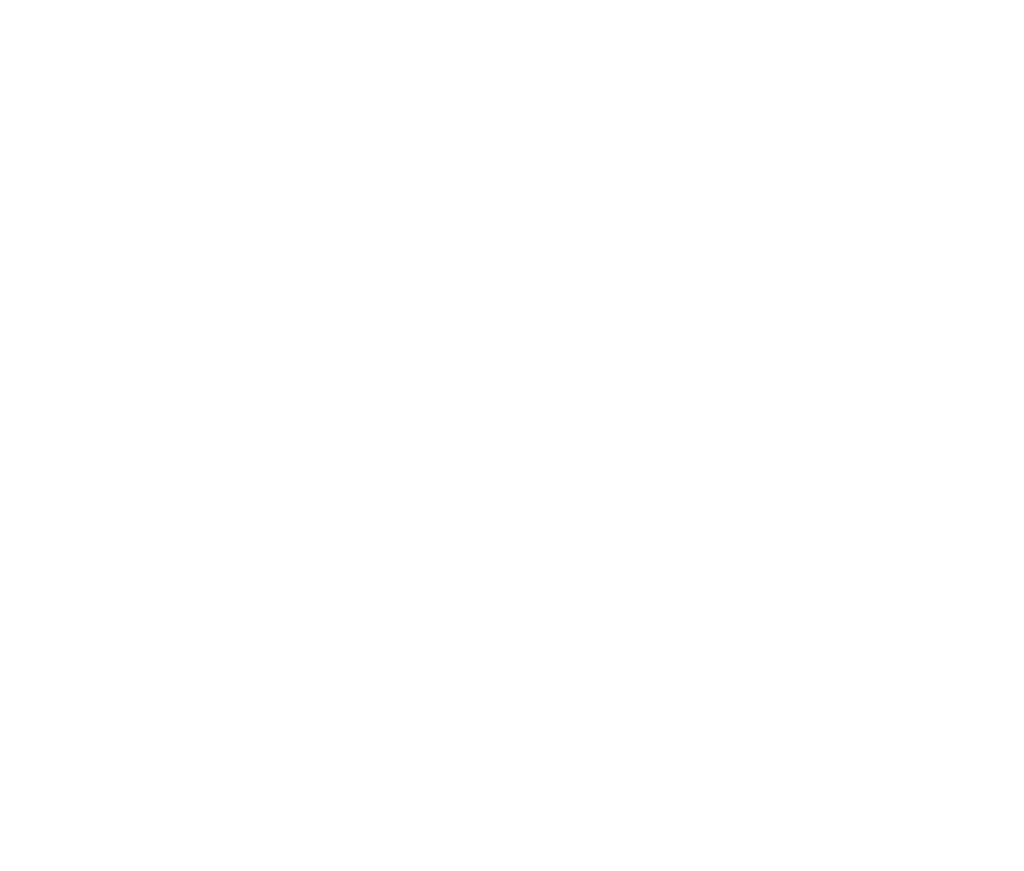
<source format=kicad_pcb>
(kicad_pcb (version 20211014) (generator pcbnew)

  (general
    (thickness 1.6)
  )

  (paper "A4")
  (layers
    (0 "F.Cu" signal)
    (31 "B.Cu" signal)
    (32 "B.Adhes" user "B.Adhesive")
    (33 "F.Adhes" user "F.Adhesive")
    (34 "B.Paste" user)
    (35 "F.Paste" user)
    (36 "B.SilkS" user "B.Silkscreen")
    (37 "F.SilkS" user "F.Silkscreen")
    (38 "B.Mask" user)
    (39 "F.Mask" user)
    (40 "Dwgs.User" user "User.Drawings")
    (41 "Cmts.User" user "User.Comments")
    (42 "Eco1.User" user "User.Eco1")
    (43 "Eco2.User" user "User.Eco2")
    (44 "Edge.Cuts" user)
    (45 "Margin" user)
    (46 "B.CrtYd" user "B.Courtyard")
    (47 "F.CrtYd" user "F.Courtyard")
    (48 "B.Fab" user)
    (49 "F.Fab" user)
    (50 "User.1" user)
    (51 "User.2" user)
    (52 "User.3" user)
    (53 "User.4" user)
    (54 "User.5" user)
    (55 "User.6" user)
    (56 "User.7" user)
    (57 "User.8" user)
    (58 "User.9" user)
  )

  (setup
    (pad_to_mask_clearance 0)
    (pcbplotparams
      (layerselection 0x00010fc_ffffffff)
      (disableapertmacros false)
      (usegerberextensions false)
      (usegerberattributes true)
      (usegerberadvancedattributes true)
      (creategerberjobfile true)
      (svguseinch false)
      (svgprecision 6)
      (excludeedgelayer true)
      (plotframeref false)
      (viasonmask false)
      (mode 1)
      (useauxorigin false)
      (hpglpennumber 1)
      (hpglpenspeed 20)
      (hpglpendiameter 15.000000)
      (dxfpolygonmode true)
      (dxfimperialunits true)
      (dxfusepcbnewfont true)
      (psnegative false)
      (psa4output false)
      (plotreference true)
      (plotvalue true)
      (plotinvisibletext false)
      (sketchpadsonfab false)
      (subtractmaskfromsilk false)
      (outputformat 1)
      (mirror false)
      (drillshape 1)
      (scaleselection 1)
      (outputdirectory "")
    )
  )

  (net 0 "")

  (gr_line (start 151.87 119.42) (end 163.3 119.42) (layer "F.Paste") (width 0.2) (tstamp 2982597a-4829-44d8-add6-8b64c749347c))
  (gr_line (start 159.109 109.895) (end 159.109 59.095) (layer "F.Paste") (width 0.2) (tstamp fc760515-e8af-4d0d-aca1-199d3f9fbae3))
  (gr_circle (center 93.45 113.07) (end 95.99 113.07) (layer "F.Paste") (width 0.2) (fill none) (tstamp 034d5880-0006-4d3f-b65d-e8bf47b553a1))
  (gr_arc (start 155.045 106.56125) (mid 155.606266 107.916266) (end 154.25125 107.355) (layer "F.Paste") (width 0.2) (tstamp 036c8d22-de7c-456f-883e-2a3122647faf))
  (gr_line (start 95.355 107.355) (end 95.355 61.635) (layer "F.Paste") (width 0.2) (tstamp 0b460271-c791-426e-a8e7-c6536b4496fb))
  (gr_arc (start 89.259 59.095) (mid 90.275 58.079) (end 91.291 59.095) (layer "F.Paste") (width 0.2) (tstamp 0e60e097-a913-4439-bde2-0aaa3aec1511))
  (gr_line (start 87.1 119.42) (end 98.53 119.42) (layer "F.Paste") (width 0.2) (tstamp 11bd8a17-7766-4c20-b607-dfefbb0ff5b6))
  (gr_arc (start 91.291 109.895) (mid 90.275 110.911) (end 89.259 109.895) (layer "F.Paste") (width 0.2) (tstamp 1f6e063f-7ba4-428c-87ad-44add87b72d9))
  (gr_line (start 151.87 54.65) (end 151.87 57.19) (layer "F.Paste") (width 0.2) (tstamp 2807061c-ff0f-4dd4-ae03-902993632893))
  (gr_line (start 155.045 61.635) (end 155.045 106.56125) (layer "F.Paste") (width 0.2) (tstamp 2b687481-4662-4e48-ada9-d0bf086acaf6))
  (gr_line (start 151.87 57.19) (end 98.53 57.19) (layer "F.Paste") (width 0.2) (tstamp 34697c50-7ec7-4c4c-ab6d-5387a6f0d8d1))
  (gr_line (start 98.53 54.65) (end 87.1 54.65) (layer "F.Paste") (width 0.2) (tstamp 43fc1471-f919-4c5b-904f-6d41d099a25a))
  (gr_line (start 163.3 119.42) (end 163.3 54.65) (layer "F.Paste") (width 0.2) (tstamp 46272f37-2f6b-4e0f-9bf9-fdb890a8821b))
  (gr_line (start 154.25125 107.355) (end 95.355 107.355) (layer "F.Paste") (width 0.2) (tstamp 58ccb3d9-0372-4e25-a3de-7c3c9f0ac548))
  (gr_line (start 161.141 59.095) (end 161.141 109.895) (layer "F.Paste") (width 0.2) (tstamp 5cec6f3c-4332-4a55-8b9e-3bc4959959d9))
  (gr_line (start 91.291 59.095) (end 91.291 109.895) (layer "F.Paste") (width 0.2) (tstamp 705a9b99-cb70-446b-8164-761f98f50c22))
  (gr_line (start 87.1 54.65) (end 87.1 119.42) (layer "F.Paste") (width 0.2) (tstamp 794ada93-c3cc-42c2-a73c-3f82e1f7a781))
  (gr_line (start 95.355 61.635) (end 155.045 61.635) (layer "F.Paste") (width 0.2) (tstamp 8b0bbc0e-c230-45a6-bc05-63f1e4acc18f))
  (gr_line (start 163.3 54.65) (end 151.87 54.65) (layer "F.Paste") (width 0.2) (tstamp 90e75856-0779-4837-82cd-25ee94dedc33))
  (gr_line (start 151.87 111.8) (end 151.87 119.42) (layer "F.Paste") (width 0.2) (tstamp 94510283-6121-4691-84d2-3c689a2ca46d))
  (gr_arc (start 159.109 59.095) (mid 160.125 58.079) (end 161.141 59.095) (layer "F.Paste") (width 0.2) (tstamp a2c63182-c3cc-4972-a0bc-79c783222804))
  (gr_line (start 98.53 57.19) (end 98.53 54.65) (layer "F.Paste") (width 0.2) (tstamp a99a34b7-3b3d-41dc-b522-31aba082ccae))
  (gr_circle (center 156.95 113.07) (end 159.49 113.07) (layer "F.Paste") (width 0.2) (fill none) (tstamp b9d61f85-04cc-40ef-be9d-31fea3c322e8))
  (gr_line (start 98.53 111.8) (end 151.87 111.8) (layer "F.Paste") (width 0.2) (tstamp c3b41719-22ab-4e9f-a972-3a5d375a9bb2))
  (gr_line (start 98.53 119.42) (end 98.53 111.8) (layer "F.Paste") (width 0.2) (tstamp cec5f162-b790-4a81-86c9-92e89647a7f0))
  (gr_arc (start 161.141 109.895) (mid 160.125 110.911) (end 159.109 109.895) (layer "F.Paste") (width 0.2) (tstamp d0948a3d-aca8-4fe2-ade6-87ee014bd3e2))
  (gr_line (start 89.259 109.895) (end 89.259 59.095) (layer "F.Paste") (width 0.2) (tstamp ecd60686-6ef8-4b54-b4f5-5cef96c9596b))

  (group "" (id 71c28b17-a056-40c3-9a94-a2f993d7cfb9)
    (members
      034d5880-0006-4d3f-b65d-e8bf47b553a1
      036c8d22-de7c-456f-883e-2a3122647faf
      0b460271-c791-426e-a8e7-c6536b4496fb
      0e60e097-a913-4439-bde2-0aaa3aec1511
      11bd8a17-7766-4c20-b607-dfefbb0ff5b6
      1f6e063f-7ba4-428c-87ad-44add87b72d9
      2807061c-ff0f-4dd4-ae03-902993632893
      2982597a-4829-44d8-add6-8b64c749347c
      2b687481-4662-4e48-ada9-d0bf086acaf6
      34697c50-7ec7-4c4c-ab6d-5387a6f0d8d1
      43fc1471-f919-4c5b-904f-6d41d099a25a
      46272f37-2f6b-4e0f-9bf9-fdb890a8821b
      58ccb3d9-0372-4e25-a3de-7c3c9f0ac548
      5cec6f3c-4332-4a55-8b9e-3bc4959959d9
      705a9b99-cb70-446b-8164-761f98f50c22
      794ada93-c3cc-42c2-a73c-3f82e1f7a781
      8b0bbc0e-c230-45a6-bc05-63f1e4acc18f
      90e75856-0779-4837-82cd-25ee94dedc33
      94510283-6121-4691-84d2-3c689a2ca46d
      a2c63182-c3cc-4972-a0bc-79c783222804
      a99a34b7-3b3d-41dc-b522-31aba082ccae
      b9d61f85-04cc-40ef-be9d-31fea3c322e8
      c3b41719-22ab-4e9f-a972-3a5d375a9bb2
      cec5f162-b790-4a81-86c9-92e89647a7f0
      d0948a3d-aca8-4fe2-ade6-87ee014bd3e2
      ecd60686-6ef8-4b54-b4f5-5cef96c9596b
      fc760515-e8af-4d0d-aca1-199d3f9fbae3
    )
  )
)

</source>
